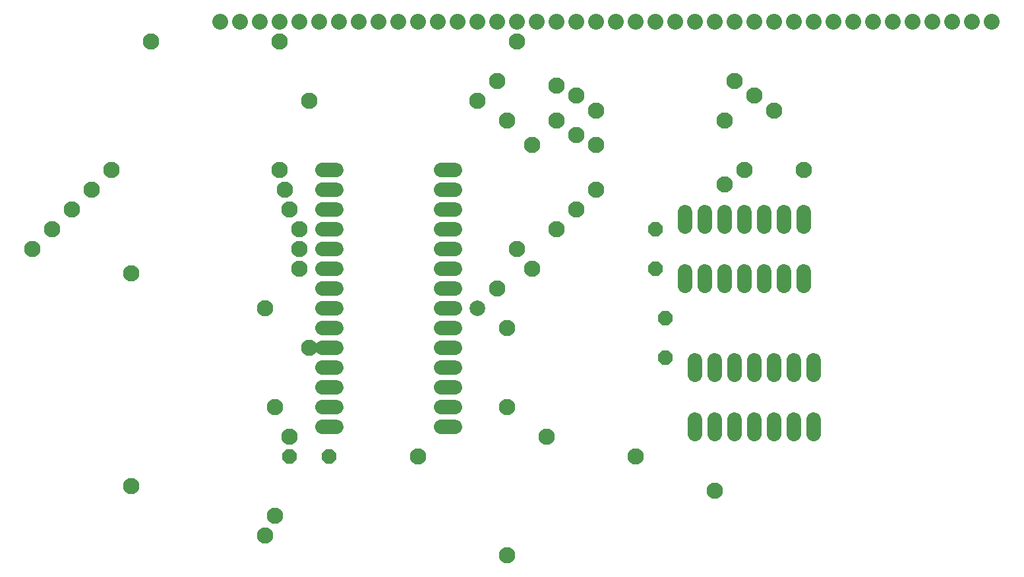
<source format=gbr>
G04 EAGLE Gerber RS-274X export*
G75*
%MOMM*%
%FSLAX34Y34*%
%LPD*%
%INTop Copper*%
%IPPOS*%
%AMOC8*
5,1,8,0,0,1.08239X$1,22.5*%
G01*
%ADD10C,1.828800*%
%ADD11C,2.032000*%
%ADD12P,1.979475X8X292.500000*%
%ADD13P,1.979475X8X112.500000*%
%ADD14P,1.979475X8X202.500000*%
%ADD15C,2.100000*%
%ADD16C,2.000000*%


D10*
X561594Y311150D02*
X543306Y311150D01*
X543306Y336550D02*
X561594Y336550D01*
X561594Y361950D02*
X543306Y361950D01*
X543306Y387350D02*
X561594Y387350D01*
X561594Y412750D02*
X543306Y412750D01*
X543306Y438150D02*
X561594Y438150D01*
X561594Y463550D02*
X543306Y463550D01*
X543306Y488950D02*
X561594Y488950D01*
X561594Y514350D02*
X543306Y514350D01*
X543306Y539750D02*
X561594Y539750D01*
X561594Y565150D02*
X543306Y565150D01*
X543306Y590550D02*
X561594Y590550D01*
X561594Y615950D02*
X543306Y615950D01*
X543306Y641350D02*
X561594Y641350D01*
X409194Y641350D02*
X390906Y641350D01*
X390906Y615950D02*
X409194Y615950D01*
X409194Y590550D02*
X390906Y590550D01*
X390906Y565150D02*
X409194Y565150D01*
X409194Y539750D02*
X390906Y539750D01*
X390906Y514350D02*
X409194Y514350D01*
X409194Y488950D02*
X390906Y488950D01*
X390906Y463550D02*
X409194Y463550D01*
X409194Y438150D02*
X390906Y438150D01*
X390906Y412750D02*
X409194Y412750D01*
X409194Y387350D02*
X390906Y387350D01*
X390906Y361950D02*
X409194Y361950D01*
X409194Y336550D02*
X390906Y336550D01*
X390906Y311150D02*
X409194Y311150D01*
X857250Y492506D02*
X857250Y510794D01*
X882650Y510794D02*
X882650Y492506D01*
X1009650Y492506D02*
X1009650Y510794D01*
X1009650Y568706D02*
X1009650Y586994D01*
X908050Y510794D02*
X908050Y492506D01*
X933450Y492506D02*
X933450Y510794D01*
X984250Y510794D02*
X984250Y492506D01*
X958850Y492506D02*
X958850Y510794D01*
X984250Y568706D02*
X984250Y586994D01*
X958850Y586994D02*
X958850Y568706D01*
X933450Y568706D02*
X933450Y586994D01*
X908050Y586994D02*
X908050Y568706D01*
X882650Y568706D02*
X882650Y586994D01*
X857250Y586994D02*
X857250Y568706D01*
X869950Y320294D02*
X869950Y302006D01*
X895350Y302006D02*
X895350Y320294D01*
X1022350Y320294D02*
X1022350Y302006D01*
X1022350Y378206D02*
X1022350Y396494D01*
X920750Y320294D02*
X920750Y302006D01*
X946150Y302006D02*
X946150Y320294D01*
X996950Y320294D02*
X996950Y302006D01*
X971550Y302006D02*
X971550Y320294D01*
X996950Y378206D02*
X996950Y396494D01*
X971550Y396494D02*
X971550Y378206D01*
X946150Y378206D02*
X946150Y396494D01*
X920750Y396494D02*
X920750Y378206D01*
X895350Y378206D02*
X895350Y396494D01*
X869950Y396494D02*
X869950Y378206D01*
D11*
X260350Y831850D03*
X285750Y831850D03*
X311150Y831850D03*
X336550Y831850D03*
X361950Y831850D03*
X387350Y831850D03*
X412750Y831850D03*
X438150Y831850D03*
X463550Y831850D03*
X488950Y831850D03*
X514350Y831850D03*
X539750Y831850D03*
X565150Y831850D03*
X590550Y831850D03*
X615950Y831850D03*
X641350Y831850D03*
X666750Y831850D03*
X692150Y831850D03*
X717550Y831850D03*
X742950Y831850D03*
X768350Y831850D03*
X793750Y831850D03*
X819150Y831850D03*
X844550Y831850D03*
X869950Y831850D03*
X895350Y831850D03*
X920750Y831850D03*
X946150Y831850D03*
X971550Y831850D03*
X996950Y831850D03*
X1022350Y831850D03*
X1047750Y831850D03*
X1073150Y831850D03*
X1098550Y831850D03*
X1123950Y831850D03*
X1149350Y831850D03*
X1174750Y831850D03*
X1200150Y831850D03*
X1225550Y831850D03*
X1250950Y831850D03*
D12*
X819150Y565150D03*
X819150Y514350D03*
D13*
X831850Y400050D03*
X831850Y450850D03*
D14*
X400050Y273050D03*
X349250Y273050D03*
D15*
X679450Y298450D03*
X349250Y298450D03*
X514350Y273050D03*
X793750Y273050D03*
X336550Y806450D03*
X628650Y336550D03*
X628650Y146050D03*
X171450Y806450D03*
X374650Y412750D03*
X374650Y730250D03*
X628650Y704850D03*
X628650Y438150D03*
D16*
X590550Y463550D03*
D15*
X590550Y730250D03*
X615950Y755650D03*
X615950Y488950D03*
X660400Y673100D03*
X660400Y514350D03*
X641350Y539750D03*
X641350Y806450D03*
X908050Y704850D03*
X908050Y622300D03*
X920750Y755650D03*
X692150Y565150D03*
X692150Y749300D03*
X692150Y704850D03*
X946150Y736600D03*
X717550Y590550D03*
X717550Y736600D03*
X717550Y685800D03*
X971550Y717550D03*
X742950Y615950D03*
X742950Y717550D03*
X742950Y673100D03*
X336550Y641350D03*
X120650Y641350D03*
X342900Y615950D03*
X95250Y615950D03*
X349250Y590550D03*
X69850Y590550D03*
X361950Y565150D03*
X44450Y565150D03*
X361950Y539750D03*
X19050Y539750D03*
X330200Y336550D03*
X330200Y196850D03*
X317500Y463550D03*
X933450Y641350D03*
X1009650Y641350D03*
X317500Y171450D03*
X361950Y514350D03*
X895350Y228600D03*
X146050Y234950D03*
X146050Y508000D03*
M02*

</source>
